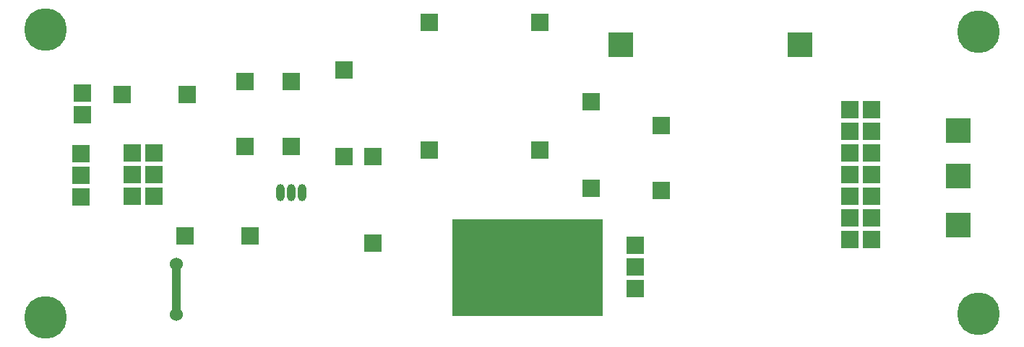
<source format=gtl>
%FSTAX24Y24*%
%MOIN*%
%SFA1B1*%

%IPPOS*%
%ADD23C,0.039370*%
%ADD24R,0.696850X0.448820*%
%ADD25R,0.078740X0.078740*%
%ADD26R,0.078740X0.078740*%
%ADD27R,0.118110X0.118110*%
%ADD28O,0.039370X0.078740*%
%ADD29O,0.039370X0.078740*%
%ADD30C,0.196850*%
%ADD31C,0.060000*%
%LNpcb1-1*%
%LPD*%
G54D23*
X007283Y001378D02*
Y00374D01*
G54D24*
X023484Y003543D03*
G54D25*
X018937Y014881D03*
X024055D03*
Y008976D03*
X018937D03*
X010685Y005037D03*
X007685D03*
X007799Y011574D03*
X004799D03*
X002952Y011641D03*
Y010641D03*
G54D26*
X026417Y007212D03*
Y011212D03*
X002874Y006818D03*
Y007818D03*
Y008818D03*
X012598Y009169D03*
Y012169D03*
X010433Y009169D03*
Y012169D03*
X005259Y00885D03*
X006259D03*
X005259Y00785D03*
X006259D03*
X005259Y00685D03*
X006259D03*
X028464Y004582D03*
Y003582D03*
Y002582D03*
X029645Y007122D03*
Y010122D03*
X015Y012708D03*
Y008708D03*
X016335Y004687D03*
Y008687D03*
X039342Y004855D03*
X038342D03*
X039342Y005855D03*
X038342D03*
X039342Y006855D03*
X038342D03*
X039342Y007855D03*
X038342D03*
X039342Y008855D03*
X038342D03*
X039342Y009855D03*
X038342D03*
X039342Y010855D03*
X038342D03*
G54D27*
X027796Y013855D03*
X036064D03*
X043346Y007795D03*
Y009881D03*
Y005511D03*
G54D28*
X013085Y007037D03*
X012085D03*
G54D29*
X012585Y007037D03*
G54D30*
X021929Y003582D03*
X044291Y001417D03*
Y014448D03*
X001259Y001259D03*
Y014566D03*
G54D31*
X007283Y00374D03*
Y001378D03*
M02*
</source>
